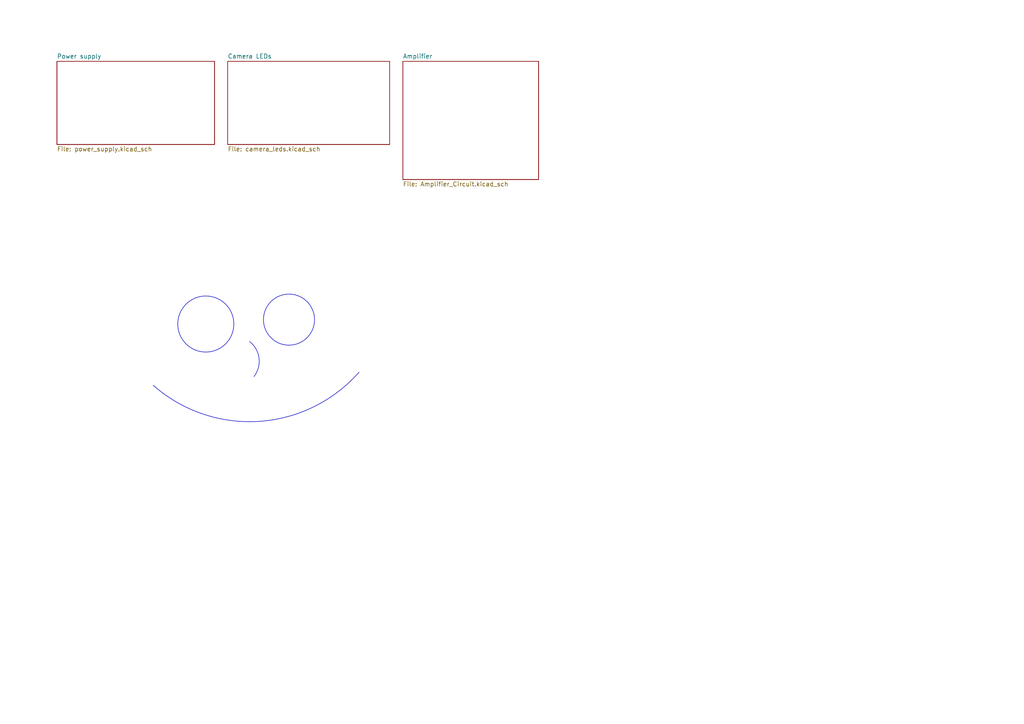
<source format=kicad_sch>
(kicad_sch
	(version 20250114)
	(generator "eeschema")
	(generator_version "9.0")
	(uuid "ba045f6c-d730-41b1-992e-d77c9aee61c5")
	(paper "A4")
	(lib_symbols)
	(circle
		(center 59.69 93.98)
		(radius 8.132)
		(stroke
			(width 0)
			(type default)
		)
		(fill
			(type none)
		)
		(uuid 45ebc9ab-edcc-4867-8021-e63e0bf893ea)
	)
	(circle
		(center 83.82 92.71)
		(radius 7.4053)
		(stroke
			(width 0)
			(type default)
		)
		(fill
			(type none)
		)
		(uuid bc1e8760-c17c-489a-8f9f-137dc591ccaf)
	)
	(arc
		(start 72.39 99.06)
		(mid 75.1292 103.877)
		(end 73.66 109.22)
		(stroke
			(width 0)
			(type default)
		)
		(fill
			(type none)
		)
		(uuid f631c55b-585a-4eb4-bb96-4dfc3872e494)
	)
	(arc
		(start 104.14 107.95)
		(mid 75.0841 122.2172)
		(end 44.45 111.76)
		(stroke
			(width 0)
			(type default)
		)
		(fill
			(type none)
		)
		(uuid f9419692-4d98-4d2e-bb00-548e5e646a86)
	)
	(sheet
		(at 116.84 17.78)
		(size 39.37 34.29)
		(exclude_from_sim no)
		(in_bom yes)
		(on_board yes)
		(dnp no)
		(fields_autoplaced yes)
		(stroke
			(width 0.1524)
			(type solid)
		)
		(fill
			(color 0 0 0 0.0000)
		)
		(uuid "518d615e-a3a6-481a-b1f1-6d892d60ddd4")
		(property "Sheetname" "Amplifier"
			(at 116.84 17.0684 0)
			(effects
				(font
					(size 1.27 1.27)
				)
				(justify left bottom)
			)
		)
		(property "Sheetfile" "Amplifier_Circuit.kicad_sch"
			(at 116.84 52.6546 0)
			(effects
				(font
					(size 1.27 1.27)
				)
				(justify left top)
			)
		)
		(instances
			(project "MascotDesign"
				(path "/ba045f6c-d730-41b1-992e-d77c9aee61c5"
					(page "4")
				)
			)
		)
	)
	(sheet
		(at 16.51 17.78)
		(size 45.72 24.13)
		(exclude_from_sim no)
		(in_bom yes)
		(on_board yes)
		(dnp no)
		(fields_autoplaced yes)
		(stroke
			(width 0.1524)
			(type solid)
		)
		(fill
			(color 0 0 0 0.0000)
		)
		(uuid "621dc98a-3a96-4433-a17f-2055bce50a9c")
		(property "Sheetname" "Power supply"
			(at 16.51 17.0684 0)
			(effects
				(font
					(size 1.27 1.27)
				)
				(justify left bottom)
			)
		)
		(property "Sheetfile" "power_supply.kicad_sch"
			(at 16.51 42.4946 0)
			(effects
				(font
					(size 1.27 1.27)
				)
				(justify left top)
			)
		)
		(instances
			(project "MascotDesign"
				(path "/ba045f6c-d730-41b1-992e-d77c9aee61c5"
					(page "3")
				)
			)
		)
	)
	(sheet
		(at 66.04 17.78)
		(size 46.99 24.13)
		(exclude_from_sim no)
		(in_bom yes)
		(on_board yes)
		(dnp no)
		(fields_autoplaced yes)
		(stroke
			(width 0.1524)
			(type solid)
		)
		(fill
			(color 0 0 0 0.0000)
		)
		(uuid "8b76e1c7-16fb-41f9-a46d-90890acff3e2")
		(property "Sheetname" "Camera LEDs"
			(at 66.04 17.0684 0)
			(effects
				(font
					(size 1.27 1.27)
				)
				(justify left bottom)
			)
		)
		(property "Sheetfile" "camera_leds.kicad_sch"
			(at 66.04 42.4946 0)
			(effects
				(font
					(size 1.27 1.27)
				)
				(justify left top)
			)
		)
		(instances
			(project "MascotDesign"
				(path "/ba045f6c-d730-41b1-992e-d77c9aee61c5"
					(page "2")
				)
			)
		)
	)
	(sheet_instances
		(path "/"
			(page "1")
		)
	)
	(embedded_fonts no)
)

</source>
